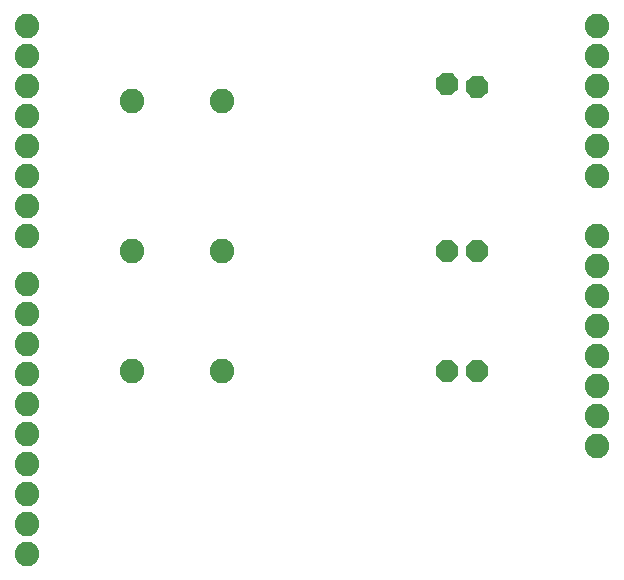
<source format=gbr>
G04 EAGLE Gerber RS-274X export*
G75*
%MOMM*%
%FSLAX34Y34*%
%LPD*%
%INSoldermask Bottom*%
%IPPOS*%
%AMOC8*
5,1,8,0,0,1.08239X$1,22.5*%
G01*
%ADD10C,2.082800*%
%ADD11P,2.034460X8X22.500000*%
%ADD12P,2.034460X8X377.000000*%


D10*
X609600Y419100D03*
X609600Y444500D03*
X609600Y469900D03*
X609600Y495300D03*
X609600Y520700D03*
X609600Y546100D03*
X609600Y596900D03*
X609600Y622300D03*
X609600Y647700D03*
X609600Y673100D03*
X609600Y698500D03*
X609600Y723900D03*
X127000Y723900D03*
X127000Y698500D03*
X127000Y673100D03*
X127000Y647700D03*
X127000Y622300D03*
X127000Y596900D03*
X127000Y571500D03*
X127000Y546100D03*
X127000Y505460D03*
X127000Y480060D03*
X127000Y454660D03*
X127000Y429260D03*
X127000Y403860D03*
X127000Y378460D03*
X127000Y353060D03*
X127000Y327660D03*
X127000Y302260D03*
X127000Y276860D03*
X609600Y393700D03*
X609600Y368300D03*
D11*
X482600Y431800D03*
X508000Y431800D03*
X482600Y533400D03*
X508000Y533400D03*
D12*
X482658Y674317D03*
X507942Y671883D03*
D10*
X292100Y431800D03*
X215900Y431800D03*
X292100Y533400D03*
X215900Y533400D03*
X292100Y660400D03*
X215900Y660400D03*
M02*

</source>
